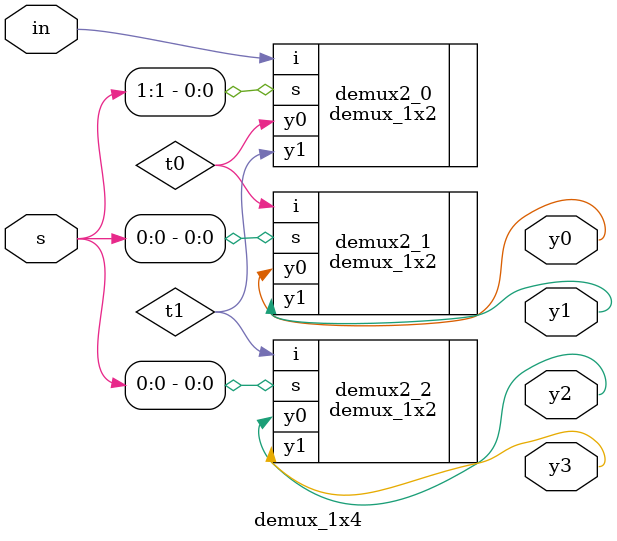
<source format=v>
module demux_1x4 (
    input wire in,        // in signal in
    input wire [1:0] s,   // in select lines s
    
    output wire y0,       // out y0
    output wire y1,       // out y1
    output wire y2,       // out y2
    output wire y3        // out y3
);

    wire t0, t1;

    demux_1x2 demux2_0 (
        .i(in),
        .s(s[1]),
        .y0(t0),
        .y1(t1)
    ); // Module

    demux_1x2 demux2_1 (
        .i(t0),
        .s(s[0]),
        .y0(y0),
        .y1(y1)
    ); // Module

    demux_1x2 demux2_2 (
        .i(t1),
        .s(s[0]),
        .y0(y2),
        .y1(y3)
    ); // Module

endmodule

// Testbench
/*
module demux_1x4_tb;
    reg in;
    reg [1:0] s;
    wire y0, y1, y2, y3;

    demux_1x4 uut (
        .in(in),
        .s(s),
        .y0(y0),
        .y1(y1),
        .y2(y2),
        .y3(y3)
    );

    initial begin
        $monitor("At time %t, in = %b, s = %b, y0 = %b, y1 = %b, y2 = %b, y3 = %b", $time, in, s, y0, y1, y2, y3);

        in = 1; s = 2'b00; #10;
        in = 1; s = 2'b01; #10;
        in = 1; s = 2'b10; #10;
        in = 1; s = 2'b11; #10;
        in = 0; s = 2'b00; #10;
        in = 0; s = 2'b01; #10;
        in = 0; s = 2'b10; #10;
        in = 0; s = 2'b11; #10;

        $finish;
    end
endmodule
*/
</source>
